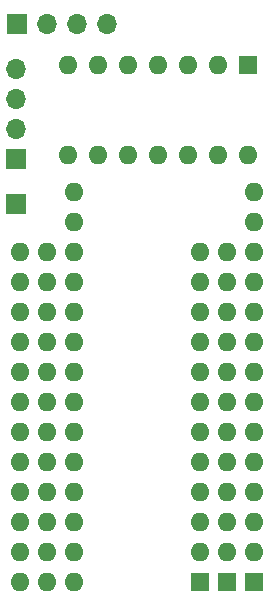
<source format=gbs>
G04 #@! TF.GenerationSoftware,KiCad,Pcbnew,(6.0.5)*
G04 #@! TF.CreationDate,2023-11-13T21:27:11+01:00*
G04 #@! TF.ProjectId,kicad-c128-byte-wide-color-ram,6b696361-642d-4633-9132-382d62797465,1.1*
G04 #@! TF.SameCoordinates,Original*
G04 #@! TF.FileFunction,Soldermask,Bot*
G04 #@! TF.FilePolarity,Negative*
%FSLAX46Y46*%
G04 Gerber Fmt 4.6, Leading zero omitted, Abs format (unit mm)*
G04 Created by KiCad (PCBNEW (6.0.5)) date 2023-11-13 21:27:11*
%MOMM*%
%LPD*%
G01*
G04 APERTURE LIST*
%ADD10R,1.600000X1.600000*%
%ADD11O,1.600000X1.600000*%
%ADD12R,1.700000X1.700000*%
%ADD13O,1.700000X1.700000*%
G04 APERTURE END LIST*
D10*
X126497000Y-68453000D03*
D11*
X123957000Y-68453000D03*
X121417000Y-68453000D03*
X118877000Y-68453000D03*
X116337000Y-68453000D03*
X113797000Y-68453000D03*
X111257000Y-68453000D03*
X111257000Y-76073000D03*
X113797000Y-76073000D03*
X116337000Y-76073000D03*
X118877000Y-76073000D03*
X121417000Y-76073000D03*
X123957000Y-76073000D03*
X126497000Y-76073000D03*
D12*
X106934000Y-76444000D03*
D13*
X106934000Y-73904000D03*
X106934000Y-71364000D03*
X106934000Y-68824000D03*
D12*
X106944000Y-65024000D03*
D13*
X109484000Y-65024000D03*
X112024000Y-65024000D03*
X114564000Y-65024000D03*
D12*
X106934000Y-80264000D03*
D10*
X124719000Y-112268000D03*
D11*
X124719000Y-109728000D03*
X124719000Y-107188000D03*
X124719000Y-104648000D03*
X124719000Y-102108000D03*
X124719000Y-99568000D03*
X124719000Y-97028000D03*
X124719000Y-94488000D03*
X124719000Y-91948000D03*
X124719000Y-89408000D03*
X124719000Y-86868000D03*
X124719000Y-84328000D03*
X109479000Y-84328000D03*
X109479000Y-86868000D03*
X109479000Y-89408000D03*
X109479000Y-91948000D03*
X109479000Y-94488000D03*
X109479000Y-97028000D03*
X109479000Y-99568000D03*
X109479000Y-102108000D03*
X109479000Y-104648000D03*
X109479000Y-107188000D03*
X109479000Y-109728000D03*
X109479000Y-112268000D03*
D10*
X122433000Y-112268000D03*
D11*
X122433000Y-109728000D03*
X122433000Y-107188000D03*
X122433000Y-104648000D03*
X122433000Y-102108000D03*
X122433000Y-99568000D03*
X122433000Y-97028000D03*
X122433000Y-94488000D03*
X122433000Y-91948000D03*
X122433000Y-89408000D03*
X122433000Y-86868000D03*
X122433000Y-84328000D03*
X107193000Y-84328000D03*
X107193000Y-86868000D03*
X107193000Y-89408000D03*
X107193000Y-91948000D03*
X107193000Y-94488000D03*
X107193000Y-97028000D03*
X107193000Y-99568000D03*
X107193000Y-102108000D03*
X107193000Y-104648000D03*
X107193000Y-107188000D03*
X107193000Y-109728000D03*
X107193000Y-112268000D03*
D10*
X127010000Y-112258000D03*
D11*
X127010000Y-109718000D03*
X127010000Y-107178000D03*
X127010000Y-104638000D03*
X127010000Y-102098000D03*
X127010000Y-99558000D03*
X127010000Y-97018000D03*
X127010000Y-94478000D03*
X127010000Y-91938000D03*
X127010000Y-89398000D03*
X127010000Y-86858000D03*
X127010000Y-84318000D03*
X127010000Y-81778000D03*
X127010000Y-79238000D03*
X111770000Y-79238000D03*
X111770000Y-81778000D03*
X111770000Y-84318000D03*
X111770000Y-86858000D03*
X111770000Y-89398000D03*
X111770000Y-91938000D03*
X111770000Y-94478000D03*
X111770000Y-97018000D03*
X111770000Y-99558000D03*
X111770000Y-102098000D03*
X111770000Y-104638000D03*
X111770000Y-107178000D03*
X111770000Y-109718000D03*
X111770000Y-112258000D03*
M02*

</source>
